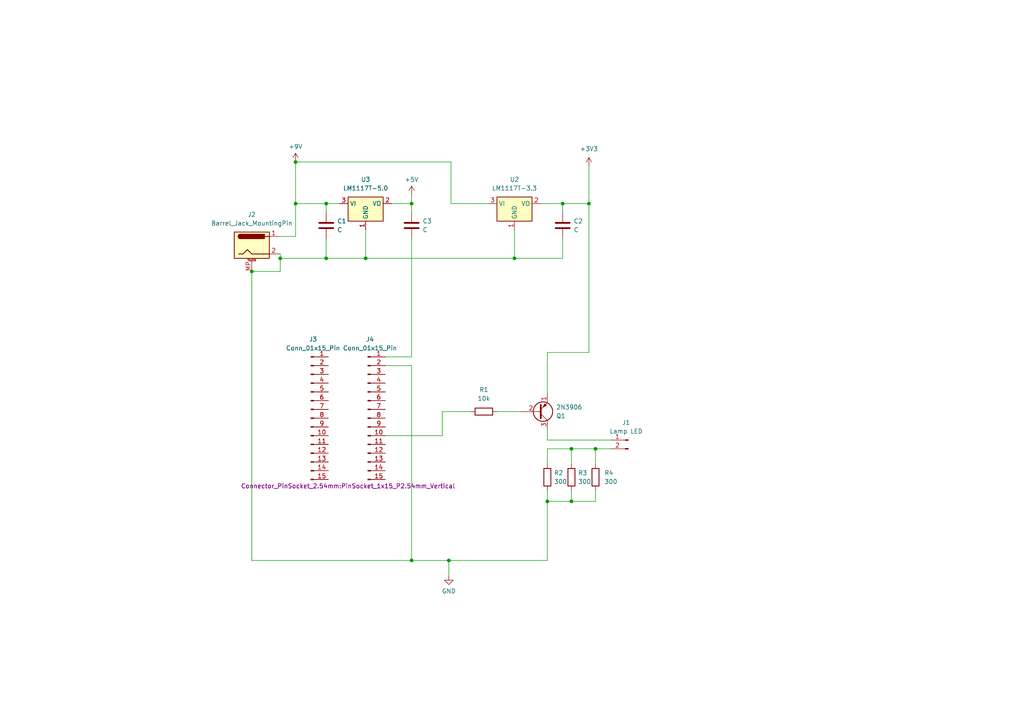
<source format=kicad_sch>
(kicad_sch (version 20230121) (generator eeschema)
  (paper "A4")
  (lib_symbols
    (symbol "Connector:Barrel_Jack_MountingPin" (pin_names hide)
      (property "Reference" "J" (at 0 5.334 0))
      (property "Value" "Barrel_Jack_MountingPin" (at 1.27 -6.35 0))
      (symbol "Barrel_Jack_MountingPin_0_1"
        (rectangle (start -5.08 3.81) (end 5.08 -3.81) (stroke (width 0.254)) (fill (type background)))
        (arc (start -3.302 3.175) (mid -3.9343 2.54) (end -3.302 1.905) (stroke (width 0.254)))
        (arc (start -3.302 3.175) (mid -3.9343 2.54) (end -3.302 1.905) (stroke (width 0.254)) (fill (type outline)))
        (polyline (pts (xy 5.08 2.54) (xy 3.81 2.54)) (stroke (width 0.254)))
        (polyline (pts (xy -3.81 -2.54) (xy -2.54 -2.54) (xy -1.27 -1.27) (xy 0 -2.54) (xy 2.54 -2.54) (xy 5.08 -2.54)) (stroke (width 0.254)))
        (rectangle (start 3.683 3.175) (end -3.302 1.905) (stroke (width 0.254)) (fill (type outline)))
      )
      (symbol "Barrel_Jack_MountingPin_1_1"
        (polyline (pts (xy -1.016 -4.572) (xy 1.016 -4.572)) (stroke (width 0.1524)))
        (text "Mounting" (at 0 -4.191 0) (effects (font (size 0.381 0.381))))
        (pin passive line (at 7.62 2.54 180) (length 2.54) (name "~") (number "1"))
        (pin passive line (at 7.62 -2.54 180) (length 2.54) (name "~") (number "2"))
        (pin passive line (at 0 -7.62 90) (length 3.048) (name "MountPin") (number "MP"))
      )
    )
    (symbol "Connector:Conn_01x02_Pin" (pin_names (offset 1.016) hide)
      (property "Reference" "J" (at 0 2.54 0))
      (property "Value" "Conn_01x02_Pin" (at 0 -5.08 0))
      (symbol "Conn_01x02_Pin_1_1"
        (polyline (pts (xy 1.27 -2.54) (xy 0.8636 -2.54)) (stroke (width 0.1524)))
        (polyline (pts (xy 1.27 0) (xy 0.8636 0)) (stroke (width 0.1524)))
        (rectangle (start 0.8636 -2.413) (end 0 -2.667) (stroke (width 0.1524)) (fill (type outline)))
        (rectangle (start 0.8636 0.127) (end 0 -0.127) (stroke (width 0.1524)) (fill (type outline)))
        (pin passive line (at 5.08 0 180) (length 3.81) (name "Pin_1") (number "1"))
        (pin passive line (at 5.08 -2.54 180) (length 3.81) (name "Pin_2") (number "2"))
      )
    )
    (symbol "Connector:Conn_01x15_Pin" (pin_names (offset 1.016) hide)
      (property "Reference" "J" (at 0 20.32 0))
      (property "Value" "Conn_01x15_Pin" (at 0 -20.32 0))
      (symbol "Conn_01x15_Pin_1_1"
        (polyline (pts (xy 1.27 -17.78) (xy 0.8636 -17.78)) (stroke (width 0.1524)))
        (polyline (pts (xy 1.27 -15.24) (xy 0.8636 -15.24)) (stroke (width 0.1524)))
        (polyline (pts (xy 1.27 -12.7) (xy 0.8636 -12.7)) (stroke (width 0.1524)))
        (polyline (pts (xy 1.27 -10.16) (xy 0.8636 -10.16)) (stroke (width 0.1524)))
        (polyline (pts (xy 1.27 -7.62) (xy 0.8636 -7.62)) (stroke (width 0.1524)))
        (polyline (pts (xy 1.27 -5.08) (xy 0.8636 -5.08)) (stroke (width 0.1524)))
        (polyline (pts (xy 1.27 -2.54) (xy 0.8636 -2.54)) (stroke (width 0.1524)))
        (polyline (pts (xy 1.27 0) (xy 0.8636 0)) (stroke (width 0.1524)))
        (polyline (pts (xy 1.27 2.54) (xy 0.8636 2.54)) (stroke (width 0.1524)))
        (polyline (pts (xy 1.27 5.08) (xy 0.8636 5.08)) (stroke (width 0.1524)))
        (polyline (pts (xy 1.27 7.62) (xy 0.8636 7.62)) (stroke (width 0.1524)))
        (polyline (pts (xy 1.27 10.16) (xy 0.8636 10.16)) (stroke (width 0.1524)))
        (polyline (pts (xy 1.27 12.7) (xy 0.8636 12.7)) (stroke (width 0.1524)))
        (polyline (pts (xy 1.27 15.24) (xy 0.8636 15.24)) (stroke (width 0.1524)))
        (polyline (pts (xy 1.27 17.78) (xy 0.8636 17.78)) (stroke (width 0.1524)))
        (rectangle (start 0.8636 -17.653) (end 0 -17.907) (stroke (width 0.1524)) (fill (type outline)))
        (rectangle (start 0.8636 -15.113) (end 0 -15.367) (stroke (width 0.1524)) (fill (type outline)))
        (rectangle (start 0.8636 -12.573) (end 0 -12.827) (stroke (width 0.1524)) (fill (type outline)))
        (rectangle (start 0.8636 -10.033) (end 0 -10.287) (stroke (width 0.1524)) (fill (type outline)))
        (rectangle (start 0.8636 -7.493) (end 0 -7.747) (stroke (width 0.1524)) (fill (type outline)))
        (rectangle (start 0.8636 -4.953) (end 0 -5.207) (stroke (width 0.1524)) (fill (type outline)))
        (rectangle (start 0.8636 -2.413) (end 0 -2.667) (stroke (width 0.1524)) (fill (type outline)))
        (rectangle (start 0.8636 0.127) (end 0 -0.127) (stroke (width 0.1524)) (fill (type outline)))
        (rectangle (start 0.8636 2.667) (end 0 2.413) (stroke (width 0.1524)) (fill (type outline)))
        (rectangle (start 0.8636 5.207) (end 0 4.953) (stroke (width 0.1524)) (fill (type outline)))
        (rectangle (start 0.8636 7.747) (end 0 7.493) (stroke (width 0.1524)) (fill (type outline)))
        (rectangle (start 0.8636 10.287) (end 0 10.033) (stroke (width 0.1524)) (fill (type outline)))
        (rectangle (start 0.8636 12.827) (end 0 12.573) (stroke (width 0.1524)) (fill (type outline)))
        (rectangle (start 0.8636 15.367) (end 0 15.113) (stroke (width 0.1524)) (fill (type outline)))
        (rectangle (start 0.8636 17.907) (end 0 17.653) (stroke (width 0.1524)) (fill (type outline)))
        (pin passive line (at 5.08 17.78 180) (length 3.81) (name "Pin_1") (number "1"))
        (pin passive line (at 5.08 -5.08 180) (length 3.81) (name "Pin_10") (number "10"))
        (pin passive line (at 5.08 -7.62 180) (length 3.81) (name "Pin_11") (number "11"))
        (pin passive line (at 5.08 -10.16 180) (length 3.81) (name "Pin_12") (number "12"))
        (pin passive line (at 5.08 -12.7 180) (length 3.81) (name "Pin_13") (number "13"))
        (pin passive line (at 5.08 -15.24 180) (length 3.81) (name "Pin_14") (number "14"))
        (pin passive line (at 5.08 -17.78 180) (length 3.81) (name "Pin_15") (number "15"))
        (pin passive line (at 5.08 15.24 180) (length 3.81) (name "Pin_2") (number "2"))
        (pin passive line (at 5.08 12.7 180) (length 3.81) (name "Pin_3") (number "3"))
        (pin passive line (at 5.08 10.16 180) (length 3.81) (name "Pin_4") (number "4"))
        (pin passive line (at 5.08 7.62 180) (length 3.81) (name "Pin_5") (number "5"))
        (pin passive line (at 5.08 5.08 180) (length 3.81) (name "Pin_6") (number "6"))
        (pin passive line (at 5.08 2.54 180) (length 3.81) (name "Pin_7") (number "7"))
        (pin passive line (at 5.08 0 180) (length 3.81) (name "Pin_8") (number "8"))
        (pin passive line (at 5.08 -2.54 180) (length 3.81) (name "Pin_9") (number "9"))
      )
    )
    (symbol "Device:C" (pin_numbers hide) (pin_names (offset 0.254))
      (property "Reference" "C" (at 0.635 2.54 0))
      (property "Value" "C" (at 0.635 -2.54 0))
      (symbol "C_0_1"
        (polyline (pts (xy -2.032 -0.762) (xy 2.032 -0.762)) (stroke (width 0.508)))
        (polyline (pts (xy -2.032 0.762) (xy 2.032 0.762)) (stroke (width 0.508)))
      )
      (symbol "C_1_1"
        (pin passive line (at 0 3.81 270) (length 2.794) (name "~") (number "1"))
        (pin passive line (at 0 -3.81 90) (length 2.794) (name "~") (number "2"))
      )
    )
    (symbol "Device:R" (pin_numbers hide) (pin_names (offset 0))
      (property "Reference" "R" (at 2.032 0 90))
      (property "Value" "R" (at 0 0 90))
      (symbol "R_0_1"
        (rectangle (start -1.016 -2.54) (end 1.016 2.54) (stroke (width 0.254)))
      )
      (symbol "R_1_1"
        (pin passive line (at 0 3.81 270) (length 1.27) (name "~") (number "1"))
        (pin passive line (at 0 -3.81 90) (length 1.27) (name "~") (number "2"))
      )
    )
    (symbol "Regulator_Linear:LM1117T-3.3"
      (property "Reference" "U" (at -3.81 3.175 0))
      (property "Value" "LM1117T-3.3" (at 0 3.175 0))
      (symbol "LM1117T-3.3_0_1"
        (rectangle (start -5.08 -5.08) (end 5.08 1.905) (stroke (width 0.254)) (fill (type background)))
      )
      (symbol "LM1117T-3.3_1_1"
        (pin power_in line (at 0 -7.62 90) (length 2.54) (name "GND") (number "1"))
        (pin power_out line (at 7.62 0 180) (length 2.54) (name "VO") (number "2"))
        (pin power_in line (at -7.62 0 0) (length 2.54) (name "VI") (number "3"))
      )
    )
    (symbol "Regulator_Linear:LM1117T-5.0"
      (property "Reference" "U" (at -3.81 3.175 0))
      (property "Value" "LM1117T-5.0" (at 0 3.175 0))
      (symbol "LM1117T-5.0_0_1"
        (rectangle (start -5.08 -5.08) (end 5.08 1.905) (stroke (width 0.254)) (fill (type background)))
      )
      (symbol "LM1117T-5.0_1_1"
        (pin power_in line (at 0 -7.62 90) (length 2.54) (name "GND") (number "1"))
        (pin power_out line (at 7.62 0 180) (length 2.54) (name "VO") (number "2"))
        (pin power_in line (at -7.62 0 0) (length 2.54) (name "VI") (number "3"))
      )
    )
    (symbol "Transistor_BJT:2N3906" (pin_names (offset 0) hide)
      (property "Reference" "Q" (at 5.08 1.905 0))
      (property "Value" "2N3906" (at 5.08 0 0))
      (symbol "2N3906_0_1"
        (polyline (pts (xy 0.635 0.635) (xy 2.54 2.54)))
        (polyline (pts (xy 0.635 -0.635) (xy 2.54 -2.54) (xy 2.54 -2.54)))
        (polyline (pts (xy 0.635 1.905) (xy 0.635 -1.905) (xy 0.635 -1.905)) (stroke (width 0.508)))
        (polyline (pts (xy 2.286 -1.778) (xy 1.778 -2.286) (xy 1.27 -1.27) (xy 2.286 -1.778) (xy 2.286 -1.778)) (fill (type outline)))
        (circle (center 1.27 0) (radius 2.8194) (stroke (width 0.254)))
      )
      (symbol "2N3906_1_1"
        (pin passive line (at 2.54 -5.08 90) (length 2.54) (name "E") (number "1"))
        (pin input line (at -5.08 0 0) (length 5.715) (name "B") (number "2"))
        (pin passive line (at 2.54 5.08 270) (length 2.54) (name "C") (number "3"))
      )
    )
    (symbol "power:+3V3" (power) (pin_names (offset 0))
      (property "Value" "+3V3" (at 0 3.556 0))
      (symbol "+3V3_0_1"
        (polyline (pts (xy -0.762 1.27) (xy 0 2.54)))
        (polyline (pts (xy 0 0) (xy 0 2.54)))
        (polyline (pts (xy 0 2.54) (xy 0.762 1.27)))
      )
      (symbol "+3V3_1_1"
        (pin power_in line (at 0 0 90) (length 0) hide (name "+3V3") (number "1"))
      )
    )
    (symbol "power:+5V" (power) (pin_names (offset 0))
      (property "Value" "+5V" (at 0 3.556 0))
      (symbol "+5V_0_1"
        (polyline (pts (xy -0.762 1.27) (xy 0 2.54)))
        (polyline (pts (xy 0 0) (xy 0 2.54)))
        (polyline (pts (xy 0 2.54) (xy 0.762 1.27)))
      )
      (symbol "+5V_1_1"
        (pin power_in line (at 0 0 90) (length 0) hide (name "+5V") (number "1"))
      )
    )
    (symbol "power:+9V" (power) (pin_names (offset 0))
      (property "Value" "+9V" (at 0 3.556 0))
      (symbol "+9V_0_1"
        (polyline (pts (xy -0.762 1.27) (xy 0 2.54)))
        (polyline (pts (xy 0 0) (xy 0 2.54)))
        (polyline (pts (xy 0 2.54) (xy 0.762 1.27)))
      )
      (symbol "+9V_1_1"
        (pin power_in line (at 0 0 90) (length 0) hide (name "+9V") (number "1"))
      )
    )
    (symbol "power:GND" (power) (pin_names (offset 0))
      (property "Value" "GND" (at 0 -3.81 0))
      (symbol "GND_0_1"
        (polyline (pts (xy 0 0) (xy 0 -1.27) (xy 1.27 -1.27) (xy 0 -2.54) (xy -1.27 -1.27) (xy 0 -1.27)))
      )
      (symbol "GND_1_1"
        (pin power_in line (at 0 0 270) (length 0) hide (name "GND") (number "1"))
      )
    )
  )
  (junction (at 172.72 130.175))
  (junction (at 85.725 46.99))
  (junction (at 165.735 145.415))
  (junction (at 165.735 130.175))
  (junction (at 149.225 74.93))
  (junction (at 94.615 59.055))
  (junction (at 73.025 78.74))
  (junction (at 106.045 74.93))
  (junction (at 94.615 74.93))
  (junction (at 163.195 59.055))
  (junction (at 130.175 162.56))
  (junction (at 170.815 59.055))
  (junction (at 85.725 59.055))
  (junction (at 158.75 145.415))
  (junction (at 119.38 162.56))
  (junction (at 119.38 59.055))
  (junction (at 81.28 74.93))
  (wire (pts (xy 158.75 124.46) (xy 158.75 127.635)))
  (wire (pts (xy 111.76 103.505) (xy 119.38 103.505)))
  (wire (pts (xy 73.025 78.74) (xy 73.025 162.56)))
  (wire (pts (xy 119.38 69.215) (xy 119.38 103.505)))
  (wire (pts (xy 165.735 130.175) (xy 165.735 134.62)))
  (wire (pts (xy 158.75 127.635) (xy 177.165 127.635)))
  (wire (pts (xy 106.045 74.93) (xy 94.615 74.93)))
  (wire (pts (xy 163.195 69.215) (xy 163.195 74.93)))
  (wire (pts (xy 119.38 59.055) (xy 119.38 61.595)))
  (wire (pts (xy 80.645 68.58) (xy 85.725 68.58)))
  (wire (pts (xy 156.845 59.055) (xy 163.195 59.055)))
  (wire (pts (xy 165.735 142.24) (xy 165.735 145.415)))
  (wire (pts (xy 111.76 106.045) (xy 119.38 106.045)))
  (wire (pts (xy 149.225 74.93) (xy 106.045 74.93)))
  (wire (pts (xy 94.615 59.055) (xy 94.615 61.595)))
  (wire (pts (xy 85.725 68.58) (xy 85.725 59.055)))
  (wire (pts (xy 81.28 73.66) (xy 80.645 73.66)))
  (wire (pts (xy 81.28 78.74) (xy 81.28 74.93)))
  (wire (pts (xy 177.165 130.175) (xy 172.72 130.175)))
  (wire (pts (xy 85.725 46.99) (xy 85.725 59.055)))
  (wire (pts (xy 158.75 130.175) (xy 158.75 134.62)))
  (wire (pts (xy 158.75 145.415) (xy 158.75 142.24)))
  (wire (pts (xy 170.815 59.055) (xy 170.815 102.235)))
  (wire (pts (xy 113.665 59.055) (xy 119.38 59.055)))
  (wire (pts (xy 73.025 162.56) (xy 119.38 162.56)))
  (wire (pts (xy 94.615 59.055) (xy 98.425 59.055)))
  (wire (pts (xy 81.28 74.93) (xy 81.28 73.66)))
  (wire (pts (xy 130.81 59.055) (xy 130.81 46.99)))
  (wire (pts (xy 94.615 69.215) (xy 94.615 74.93)))
  (wire (pts (xy 119.38 162.56) (xy 130.175 162.56)))
  (wire (pts (xy 158.75 102.235) (xy 158.75 114.3)))
  (wire (pts (xy 172.72 130.175) (xy 172.72 134.62)))
  (wire (pts (xy 149.225 74.93) (xy 163.195 74.93)))
  (wire (pts (xy 73.025 78.74) (xy 81.28 78.74)))
  (wire (pts (xy 130.175 162.56) (xy 158.75 162.56)))
  (wire (pts (xy 163.195 59.055) (xy 163.195 61.595)))
  (wire (pts (xy 144.145 119.38) (xy 151.13 119.38)))
  (wire (pts (xy 111.76 126.365) (xy 128.27 126.365)))
  (wire (pts (xy 149.225 66.675) (xy 149.225 74.93)))
  (wire (pts (xy 128.27 119.38) (xy 128.27 126.365)))
  (wire (pts (xy 165.735 130.175) (xy 158.75 130.175)))
  (wire (pts (xy 141.605 59.055) (xy 130.81 59.055)))
  (wire (pts (xy 85.725 59.055) (xy 94.615 59.055)))
  (wire (pts (xy 172.72 145.415) (xy 165.735 145.415)))
  (wire (pts (xy 172.72 130.175) (xy 165.735 130.175)))
  (wire (pts (xy 170.815 102.235) (xy 158.75 102.235)))
  (wire (pts (xy 130.175 162.56) (xy 130.175 167.005)))
  (wire (pts (xy 106.045 66.675) (xy 106.045 74.93)))
  (wire (pts (xy 81.28 74.93) (xy 94.615 74.93)))
  (wire (pts (xy 119.38 59.055) (xy 119.38 56.515)))
  (wire (pts (xy 136.525 119.38) (xy 128.27 119.38)))
  (wire (pts (xy 130.81 46.99) (xy 85.725 46.99)))
  (wire (pts (xy 165.735 145.415) (xy 158.75 145.415)))
  (wire (pts (xy 170.815 48.26) (xy 170.815 59.055)))
  (wire (pts (xy 163.195 59.055) (xy 170.815 59.055)))
  (wire (pts (xy 158.75 162.56) (xy 158.75 145.415)))
  (wire (pts (xy 119.38 106.045) (xy 119.38 162.56)))
  (wire (pts (xy 172.72 142.24) (xy 172.72 145.415)))
  (symbol (lib_id "power:+3V3") (at 170.815 48.26 0) (unit 1)
    (property "Reference" "#PWR03" (effects hide))
    (property "Value" "+3V3" (at 170.815 43.18 0))
  )
  (symbol (lib_id "Device:R") (at 172.72 138.43 0) (unit 1)
    (property "Reference" "R4" (at 175.26 137.16 0) (effects (justify left)))
    (property "Value" "300" (at 175.26 139.7 0) (effects (justify left)))
    (property "Footprint" "Resistor_THT:R_Axial_DIN0207_L6.3mm_D2.5mm_P10.16mm_Horizontal" (effects hide))
  )
  (symbol (lib_id "power:+9V") (at 85.725 46.99 0) (unit 1)
    (property "Reference" "#PWR04" (effects hide))
    (property "Value" "+9V" (at 85.725 42.545 0))
  )
  (symbol (lib_id "Transistor_BJT:2N3906") (at 156.21 119.38 0) (mirror x) (unit 1)
    (property "Reference" "Q1" (at 161.29 120.65 0) (effects (justify left)))
    (property "Value" "2N3906" (at 161.29 118.11 0) (effects (justify left)))
    (property "Footprint" "Package_TO_SOT_THT:TO-92_Inline" (effects hide))
    (property "Datasheet" "https://www.onsemi.com/pub/Collateral/2N3906-D.PDF" (effects hide))
  )
  (symbol (lib_id "power:GND") (at 130.175 167.005 0) (unit 1)
    (property "Reference" "#PWR01" (effects hide))
    (property "Value" "GND" (at 130.175 171.45 0))
  )
  (symbol (lib_id "Device:R") (at 165.735 138.43 0) (unit 1)
    (property "Reference" "R3" (at 167.64 137.16 0) (effects (justify left)))
    (property "Value" "300" (at 167.64 139.7 0) (effects (justify left)))
    (property "Footprint" "Resistor_THT:R_Axial_DIN0207_L6.3mm_D2.5mm_P10.16mm_Horizontal" (effects hide))
  )
  (symbol (lib_id "Device:C") (at 163.195 65.405 0) (unit 1)
    (property "Reference" "C2" (at 166.37 64.135 0) (effects (justify left)))
    (property "Value" "C" (at 166.37 66.675 0) (effects (justify left)))
    (property "Footprint" "Capacitor_THT:C_Radial_D5.0mm_H11.0mm_P2.00mm" (effects hide))
  )
  (symbol (lib_id "Connector:Conn_01x15_Pin") (at 90.17 121.285 0) (unit 1)
    (property "Reference" "J3" (at 90.805 98.425 0))
    (property "Value" "Conn_01x15_Pin" (at 90.805 100.965 0))
    (property "Footprint" "Connector_PinSocket_2.54mm:PinSocket_1x15_P2.54mm_Vertical" (effects hide))
  )
  (symbol (lib_id "Device:C") (at 119.38 65.405 0) (unit 1)
    (property "Reference" "C3" (at 122.555 64.135 0) (effects (justify left)))
    (property "Value" "C" (at 122.555 66.675 0) (effects (justify left)))
    (property "Footprint" "Capacitor_THT:C_Radial_D5.0mm_H11.0mm_P2.00mm" (effects hide))
  )
  (symbol (lib_id "Connector:Conn_01x15_Pin") (at 106.68 121.285 0) (unit 1)
    (property "Reference" "J4" (at 107.315 98.425 0))
    (property "Value" "Conn_01x15_Pin" (at 107.315 100.965 0))
    (property "Footprint" "Connector_PinSocket_2.54mm:PinSocket_1x15_P2.54mm_Vertical" (at 100.965 140.97 0))
  )
  (symbol (lib_id "Device:R") (at 158.75 138.43 0) (unit 1)
    (property "Reference" "R2" (at 160.655 137.16 0) (effects (justify left)))
    (property "Value" "300" (at 160.655 139.7 0) (effects (justify left)))
    (property "Footprint" "Resistor_THT:R_Axial_DIN0207_L6.3mm_D2.5mm_P10.16mm_Horizontal" (effects hide))
  )
  (symbol (lib_id "Device:R") (at 140.335 119.38 90) (unit 1)
    (property "Reference" "R1" (at 140.335 113.03 90))
    (property "Value" "10k" (at 140.335 115.57 90))
    (property "Footprint" "Resistor_THT:R_Axial_DIN0207_L6.3mm_D2.5mm_P10.16mm_Horizontal" (effects hide))
  )
  (symbol (lib_id "Connector:Barrel_Jack_MountingPin") (at 73.025 71.12 0) (unit 1)
    (property "Reference" "J2" (at 73.025 62.23 0))
    (property "Value" "Barrel_Jack_MountingPin" (at 73.025 64.77 0))
    (property "Footprint" "Connector_BarrelJack:BarrelJack_Horizontal" (effects hide))
  )
  (symbol (lib_id "power:+5V") (at 119.38 56.515 0) (unit 1)
    (property "Reference" "#PWR02" (effects hide))
    (property "Value" "+5V" (at 119.38 52.07 0))
  )
  (symbol (lib_id "Regulator_Linear:LM1117T-3.3") (at 149.225 59.055 0) (unit 1)
    (property "Reference" "U2" (at 149.225 52.07 0))
    (property "Value" "LM1117T-3.3" (at 149.225 54.61 0))
    (property "Footprint" "Package_TO_SOT_THT:TO-220-3_Horizontal_TabDown" (effects hide))
    (property "Datasheet" "http://www.ti.com/lit/ds/symlink/lm1117.pdf" (effects hide))
  )
  (symbol (lib_id "Connector:Conn_01x02_Pin") (at 182.245 127.635 0) (mirror y) (unit 1)
    (property "Reference" "J1" (at 181.61 122.555 0))
    (property "Value" "Lamp LED" (at 181.61 125.095 0))
    (property "Footprint" "Connector_AMASS:AMASS_XT30U-F_1x02_P5.0mm_Vertical" (effects hide))
  )
  (symbol (lib_id "Regulator_Linear:LM1117T-5.0") (at 106.045 59.055 0) (unit 1)
    (property "Reference" "U3" (at 106.045 52.07 0))
    (property "Value" "LM1117T-5.0" (at 106.045 54.61 0))
    (property "Footprint" "Package_TO_SOT_THT:TO-220-3_Horizontal_TabDown" (effects hide))
    (property "Datasheet" "http://www.ti.com/lit/ds/symlink/lm1117.pdf" (effects hide))
  )
  (symbol (lib_id "Device:C") (at 94.615 65.405 0) (unit 1)
    (property "Reference" "C1" (at 97.79 64.135 0) (effects (justify left)))
    (property "Value" "C" (at 97.79 66.675 0) (effects (justify left)))
    (property "Footprint" "Capacitor_THT:C_Radial_D5.0mm_H11.0mm_P2.00mm" (effects hide))
  )
)
</source>
